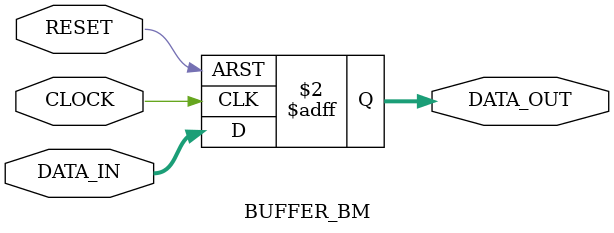
<source format=v>
module BUFFER_BM #(
	parameter WIDTH = 2
	)(
	input							CLOCK		,
	input							RESET		,
	input		  [WIDTH-1 : 0]DATA_IN	,
	output reg [WIDTH-1 : 0]DATA_OUT
);

always @(posedge CLOCK or posedge RESET)	begin
	if(RESET)	begin
		DATA_OUT <= {WIDTH{1'b0}}	;
	end
	else	begin
		DATA_OUT <= DATA_IN			;
	end
end
endmodule

</source>
